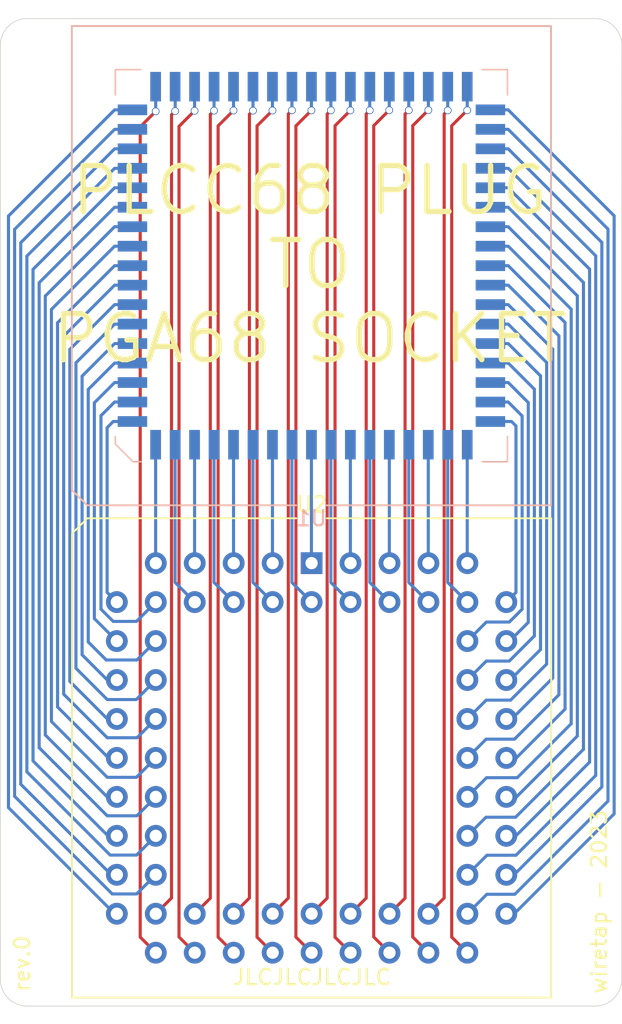
<source format=kicad_pcb>
(kicad_pcb (version 20171130) (host pcbnew "(5.1.6)-1")

  (general
    (thickness 1.6)
    (drawings 13)
    (tracks 319)
    (zones 0)
    (modules 2)
    (nets 69)
  )

  (page A4)
  (layers
    (0 F.Cu signal)
    (31 B.Cu signal)
    (32 B.Adhes user)
    (33 F.Adhes user)
    (34 B.Paste user)
    (35 F.Paste user)
    (36 B.SilkS user)
    (37 F.SilkS user)
    (38 B.Mask user)
    (39 F.Mask user)
    (40 Dwgs.User user)
    (41 Cmts.User user)
    (42 Eco1.User user)
    (43 Eco2.User user)
    (44 Edge.Cuts user)
    (45 Margin user)
    (46 B.CrtYd user)
    (47 F.CrtYd user)
    (48 B.Fab user)
    (49 F.Fab user)
  )

  (setup
    (last_trace_width 0.2)
    (user_trace_width 0.2)
    (trace_clearance 0.2)
    (zone_clearance 0.508)
    (zone_45_only no)
    (trace_min 0.2)
    (via_size 0.8)
    (via_drill 0.4)
    (via_min_size 0.4)
    (via_min_drill 0.3)
    (user_via 0.5 0.4)
    (uvia_size 0.3)
    (uvia_drill 0.1)
    (uvias_allowed no)
    (uvia_min_size 0.2)
    (uvia_min_drill 0.1)
    (edge_width 0.05)
    (segment_width 0.2)
    (pcb_text_width 0.3)
    (pcb_text_size 1.5 1.5)
    (mod_edge_width 0.12)
    (mod_text_size 1 1)
    (mod_text_width 0.15)
    (pad_size 1.524 1.524)
    (pad_drill 0.762)
    (pad_to_mask_clearance 0.05)
    (aux_axis_origin 0 0)
    (visible_elements 7FFFFFFF)
    (pcbplotparams
      (layerselection 0x010fc_ffffffff)
      (usegerberextensions false)
      (usegerberattributes true)
      (usegerberadvancedattributes true)
      (creategerberjobfile true)
      (excludeedgelayer true)
      (linewidth 0.100000)
      (plotframeref false)
      (viasonmask false)
      (mode 1)
      (useauxorigin false)
      (hpglpennumber 1)
      (hpglpenspeed 20)
      (hpglpendiameter 15.000000)
      (psnegative false)
      (psa4output false)
      (plotreference true)
      (plotvalue true)
      (plotinvisibletext false)
      (padsonsilk false)
      (subtractmaskfromsilk false)
      (outputformat 1)
      (mirror false)
      (drillshape 0)
      (scaleselection 1)
      (outputdirectory "//192.168.1.100/Personal/Charlie/~Retro/~PCB's and Kits/PLCC68 Plug to PGA/PLCC68-to-PGA/gerbers/"))
  )

  (net 0 "")
  (net 1 /1)
  (net 2 /2)
  (net 3 /3)
  (net 4 /4)
  (net 5 /5)
  (net 6 /6)
  (net 7 /7)
  (net 8 /8)
  (net 9 /9)
  (net 10 /68)
  (net 11 /67)
  (net 12 /66)
  (net 13 /65)
  (net 14 /64)
  (net 15 /63)
  (net 16 /62)
  (net 17 /61)
  (net 18 /10)
  (net 19 /11)
  (net 20 /12)
  (net 21 /13)
  (net 22 /14)
  (net 23 /15)
  (net 24 /16)
  (net 25 /17)
  (net 26 /18)
  (net 27 /19)
  (net 28 /20)
  (net 29 /21)
  (net 30 /22)
  (net 31 /23)
  (net 32 /24)
  (net 33 /25)
  (net 34 /26)
  (net 35 /27)
  (net 36 /28)
  (net 37 /29)
  (net 38 /30)
  (net 39 /31)
  (net 40 /32)
  (net 41 /33)
  (net 42 /34)
  (net 43 /35)
  (net 44 /36)
  (net 45 /37)
  (net 46 /38)
  (net 47 /39)
  (net 48 /40)
  (net 49 /41)
  (net 50 /42)
  (net 51 /43)
  (net 52 /44)
  (net 53 /45)
  (net 54 /46)
  (net 55 /47)
  (net 56 /48)
  (net 57 /49)
  (net 58 /50)
  (net 59 /51)
  (net 60 /52)
  (net 61 /53)
  (net 62 /54)
  (net 63 /55)
  (net 64 /56)
  (net 65 /57)
  (net 66 /58)
  (net 67 /59)
  (net 68 /60)

  (net_class Default "This is the default net class."
    (clearance 0.2)
    (trace_width 0.25)
    (via_dia 0.8)
    (via_drill 0.4)
    (uvia_dia 0.3)
    (uvia_drill 0.1)
    (add_net /1)
    (add_net /10)
    (add_net /11)
    (add_net /12)
    (add_net /13)
    (add_net /14)
    (add_net /15)
    (add_net /16)
    (add_net /17)
    (add_net /18)
    (add_net /19)
    (add_net /2)
    (add_net /20)
    (add_net /21)
    (add_net /22)
    (add_net /23)
    (add_net /24)
    (add_net /25)
    (add_net /26)
    (add_net /27)
    (add_net /28)
    (add_net /29)
    (add_net /3)
    (add_net /30)
    (add_net /31)
    (add_net /32)
    (add_net /33)
    (add_net /34)
    (add_net /35)
    (add_net /36)
    (add_net /37)
    (add_net /38)
    (add_net /39)
    (add_net /4)
    (add_net /40)
    (add_net /41)
    (add_net /42)
    (add_net /43)
    (add_net /44)
    (add_net /45)
    (add_net /46)
    (add_net /47)
    (add_net /48)
    (add_net /49)
    (add_net /5)
    (add_net /50)
    (add_net /51)
    (add_net /52)
    (add_net /53)
    (add_net /54)
    (add_net /55)
    (add_net /56)
    (add_net /57)
    (add_net /58)
    (add_net /59)
    (add_net /6)
    (add_net /60)
    (add_net /61)
    (add_net /62)
    (add_net /63)
    (add_net /64)
    (add_net /65)
    (add_net /66)
    (add_net /67)
    (add_net /68)
    (add_net /7)
    (add_net /8)
    (add_net /9)
  )

  (module Package_LCC:PLCC-68_SMD-Socket (layer B.Cu) (tedit 5A02ECC8) (tstamp 649314A2)
    (at 175.88992 88.02624)
    (descr "PLCC, 68 pins, surface mount")
    (tags "plcc smt")
    (path /6497760B)
    (attr smd)
    (fp_text reference U1 (at 0 16.475 180) (layer B.SilkS)
      (effects (font (size 1 1) (thickness 0.15)) (justify mirror))
    )
    (fp_text value PLCC68-Generic (at 0 -16.475 180) (layer B.Fab)
      (effects (font (size 1 1) (thickness 0.15)) (justify mirror))
    )
    (fp_line (start 12.785 -12.785) (end 12.785 -11.135) (layer B.SilkS) (width 0.1))
    (fp_line (start 11.135 -12.785) (end 12.785 -12.785) (layer B.SilkS) (width 0.1))
    (fp_line (start -12.785 -12.785) (end -12.785 -11.135) (layer B.SilkS) (width 0.1))
    (fp_line (start -11.135 -12.785) (end -12.785 -12.785) (layer B.SilkS) (width 0.1))
    (fp_line (start 12.785 12.785) (end 12.785 11.135) (layer B.SilkS) (width 0.1))
    (fp_line (start 11.135 12.785) (end 12.785 12.785) (layer B.SilkS) (width 0.1))
    (fp_line (start -12.785 11.635) (end -12.785 11.135) (layer B.SilkS) (width 0.1))
    (fp_line (start -11.635 12.785) (end -12.785 11.635) (layer B.SilkS) (width 0.1))
    (fp_line (start -11.135 12.785) (end -11.635 12.785) (layer B.SilkS) (width 0.1))
    (fp_line (start 15.625 15.625) (end 1 15.625) (layer B.SilkS) (width 0.12))
    (fp_line (start 15.625 -15.625) (end 15.625 15.625) (layer B.SilkS) (width 0.12))
    (fp_line (start -15.625 -15.625) (end 15.625 -15.625) (layer B.SilkS) (width 0.12))
    (fp_line (start -15.625 14.625) (end -15.625 -15.625) (layer B.SilkS) (width 0.12))
    (fp_line (start -14.625 15.625) (end -15.625 14.625) (layer B.SilkS) (width 0.12))
    (fp_line (start -1 15.625) (end -14.625 15.625) (layer B.SilkS) (width 0.12))
    (fp_line (start 0 14.475) (end 0.5 15.475) (layer B.Fab) (width 0.1))
    (fp_line (start -0.5 15.475) (end 0 14.475) (layer B.Fab) (width 0.1))
    (fp_line (start 14.205 14.205) (end -14.205 14.205) (layer B.Fab) (width 0.1))
    (fp_line (start 14.205 -14.205) (end 14.205 14.205) (layer B.Fab) (width 0.1))
    (fp_line (start -14.205 -14.205) (end 14.205 -14.205) (layer B.Fab) (width 0.1))
    (fp_line (start -14.205 14.205) (end -14.205 -14.205) (layer B.Fab) (width 0.1))
    (fp_line (start 12.635 12.635) (end -11.635 12.635) (layer B.Fab) (width 0.1))
    (fp_line (start 12.635 -12.635) (end 12.635 12.635) (layer B.Fab) (width 0.1))
    (fp_line (start -12.635 -12.635) (end 12.635 -12.635) (layer B.Fab) (width 0.1))
    (fp_line (start -12.635 11.635) (end -12.635 -12.635) (layer B.Fab) (width 0.1))
    (fp_line (start -11.635 12.635) (end -12.635 11.635) (layer B.Fab) (width 0.1))
    (fp_line (start 15.95 15.95) (end -15.95 15.95) (layer B.CrtYd) (width 0.05))
    (fp_line (start 15.95 -15.95) (end 15.95 15.95) (layer B.CrtYd) (width 0.05))
    (fp_line (start -15.95 -15.95) (end 15.95 -15.95) (layer B.CrtYd) (width 0.05))
    (fp_line (start -15.95 15.95) (end -15.95 -15.95) (layer B.CrtYd) (width 0.05))
    (fp_line (start 15.475 15.475) (end -14.475 15.475) (layer B.Fab) (width 0.1))
    (fp_line (start 15.475 -15.475) (end 15.475 15.475) (layer B.Fab) (width 0.1))
    (fp_line (start -15.475 -15.475) (end 15.475 -15.475) (layer B.Fab) (width 0.1))
    (fp_line (start -15.475 14.475) (end -15.475 -15.475) (layer B.Fab) (width 0.1))
    (fp_line (start -14.475 15.475) (end -15.475 14.475) (layer B.Fab) (width 0.1))
    (fp_text user %R (at 0 0 180) (layer B.Fab)
      (effects (font (size 1 1) (thickness 0.15)) (justify mirror))
    )
    (pad 1 smd rect (at 0 11.6725) (size 0.7 1.925) (layers B.Cu B.Paste B.Mask)
      (net 1 /1))
    (pad 2 smd rect (at -1.27 11.6725) (size 0.7 1.925) (layers B.Cu B.Paste B.Mask)
      (net 2 /2))
    (pad 3 smd rect (at -2.54 11.6725) (size 0.7 1.925) (layers B.Cu B.Paste B.Mask)
      (net 3 /3))
    (pad 4 smd rect (at -3.81 11.6725) (size 0.7 1.925) (layers B.Cu B.Paste B.Mask)
      (net 4 /4))
    (pad 5 smd rect (at -5.08 11.6725) (size 0.7 1.925) (layers B.Cu B.Paste B.Mask)
      (net 5 /5))
    (pad 6 smd rect (at -6.35 11.6725) (size 0.7 1.925) (layers B.Cu B.Paste B.Mask)
      (net 6 /6))
    (pad 7 smd rect (at -7.62 11.6725) (size 0.7 1.925) (layers B.Cu B.Paste B.Mask)
      (net 7 /7))
    (pad 8 smd rect (at -8.89 11.6725) (size 0.7 1.925) (layers B.Cu B.Paste B.Mask)
      (net 8 /8))
    (pad 9 smd rect (at -10.16 11.6725) (size 0.7 1.925) (layers B.Cu B.Paste B.Mask)
      (net 9 /9))
    (pad 68 smd rect (at 1.27 11.6725) (size 0.7 1.925) (layers B.Cu B.Paste B.Mask)
      (net 10 /68))
    (pad 67 smd rect (at 2.54 11.6725) (size 0.7 1.925) (layers B.Cu B.Paste B.Mask)
      (net 11 /67))
    (pad 66 smd rect (at 3.81 11.6725) (size 0.7 1.925) (layers B.Cu B.Paste B.Mask)
      (net 12 /66))
    (pad 65 smd rect (at 5.08 11.6725) (size 0.7 1.925) (layers B.Cu B.Paste B.Mask)
      (net 13 /65))
    (pad 64 smd rect (at 6.35 11.6725) (size 0.7 1.925) (layers B.Cu B.Paste B.Mask)
      (net 14 /64))
    (pad 63 smd rect (at 7.62 11.6725) (size 0.7 1.925) (layers B.Cu B.Paste B.Mask)
      (net 15 /63))
    (pad 62 smd rect (at 8.89 11.6725) (size 0.7 1.925) (layers B.Cu B.Paste B.Mask)
      (net 16 /62))
    (pad 61 smd rect (at 10.16 11.6725) (size 0.7 1.925) (layers B.Cu B.Paste B.Mask)
      (net 17 /61))
    (pad 10 smd rect (at -11.6725 10.16) (size 1.925 0.7) (layers B.Cu B.Paste B.Mask)
      (net 18 /10))
    (pad 11 smd rect (at -11.6725 8.89) (size 1.925 0.7) (layers B.Cu B.Paste B.Mask)
      (net 19 /11))
    (pad 12 smd rect (at -11.6725 7.62) (size 1.925 0.7) (layers B.Cu B.Paste B.Mask)
      (net 20 /12))
    (pad 13 smd rect (at -11.6725 6.35) (size 1.925 0.7) (layers B.Cu B.Paste B.Mask)
      (net 21 /13))
    (pad 14 smd rect (at -11.6725 5.08) (size 1.925 0.7) (layers B.Cu B.Paste B.Mask)
      (net 22 /14))
    (pad 15 smd rect (at -11.6725 3.81) (size 1.925 0.7) (layers B.Cu B.Paste B.Mask)
      (net 23 /15))
    (pad 16 smd rect (at -11.6725 2.54) (size 1.925 0.7) (layers B.Cu B.Paste B.Mask)
      (net 24 /16))
    (pad 17 smd rect (at -11.6725 1.27) (size 1.925 0.7) (layers B.Cu B.Paste B.Mask)
      (net 25 /17))
    (pad 18 smd rect (at -11.6725 0) (size 1.925 0.7) (layers B.Cu B.Paste B.Mask)
      (net 26 /18))
    (pad 19 smd rect (at -11.6725 -1.27) (size 1.925 0.7) (layers B.Cu B.Paste B.Mask)
      (net 27 /19))
    (pad 20 smd rect (at -11.6725 -2.54) (size 1.925 0.7) (layers B.Cu B.Paste B.Mask)
      (net 28 /20))
    (pad 21 smd rect (at -11.6725 -3.81) (size 1.925 0.7) (layers B.Cu B.Paste B.Mask)
      (net 29 /21))
    (pad 22 smd rect (at -11.6725 -5.08) (size 1.925 0.7) (layers B.Cu B.Paste B.Mask)
      (net 30 /22))
    (pad 23 smd rect (at -11.6725 -6.35) (size 1.925 0.7) (layers B.Cu B.Paste B.Mask)
      (net 31 /23))
    (pad 24 smd rect (at -11.6725 -7.62) (size 1.925 0.7) (layers B.Cu B.Paste B.Mask)
      (net 32 /24))
    (pad 25 smd rect (at -11.6725 -8.89) (size 1.925 0.7) (layers B.Cu B.Paste B.Mask)
      (net 33 /25))
    (pad 26 smd rect (at -11.6725 -10.16) (size 1.925 0.7) (layers B.Cu B.Paste B.Mask)
      (net 34 /26))
    (pad 27 smd rect (at -10.16 -11.6725) (size 0.7 1.925) (layers B.Cu B.Paste B.Mask)
      (net 35 /27))
    (pad 28 smd rect (at -8.89 -11.6725) (size 0.7 1.925) (layers B.Cu B.Paste B.Mask)
      (net 36 /28))
    (pad 29 smd rect (at -7.62 -11.6725) (size 0.7 1.925) (layers B.Cu B.Paste B.Mask)
      (net 37 /29))
    (pad 30 smd rect (at -6.35 -11.6725) (size 0.7 1.925) (layers B.Cu B.Paste B.Mask)
      (net 38 /30))
    (pad 31 smd rect (at -5.08 -11.6725) (size 0.7 1.925) (layers B.Cu B.Paste B.Mask)
      (net 39 /31))
    (pad 32 smd rect (at -3.81 -11.6725) (size 0.7 1.925) (layers B.Cu B.Paste B.Mask)
      (net 40 /32))
    (pad 33 smd rect (at -2.54 -11.6725) (size 0.7 1.925) (layers B.Cu B.Paste B.Mask)
      (net 41 /33))
    (pad 34 smd rect (at -1.27 -11.6725) (size 0.7 1.925) (layers B.Cu B.Paste B.Mask)
      (net 42 /34))
    (pad 35 smd rect (at 0 -11.6725) (size 0.7 1.925) (layers B.Cu B.Paste B.Mask)
      (net 43 /35))
    (pad 36 smd rect (at 1.27 -11.6725) (size 0.7 1.925) (layers B.Cu B.Paste B.Mask)
      (net 44 /36))
    (pad 37 smd rect (at 2.54 -11.6725) (size 0.7 1.925) (layers B.Cu B.Paste B.Mask)
      (net 45 /37))
    (pad 38 smd rect (at 3.81 -11.6725) (size 0.7 1.925) (layers B.Cu B.Paste B.Mask)
      (net 46 /38))
    (pad 39 smd rect (at 5.08 -11.6725) (size 0.7 1.925) (layers B.Cu B.Paste B.Mask)
      (net 47 /39))
    (pad 40 smd rect (at 6.35 -11.6725) (size 0.7 1.925) (layers B.Cu B.Paste B.Mask)
      (net 48 /40))
    (pad 41 smd rect (at 7.62 -11.6725) (size 0.7 1.925) (layers B.Cu B.Paste B.Mask)
      (net 49 /41))
    (pad 42 smd rect (at 8.89 -11.6725) (size 0.7 1.925) (layers B.Cu B.Paste B.Mask)
      (net 50 /42))
    (pad 43 smd rect (at 10.16 -11.6725) (size 0.7 1.925) (layers B.Cu B.Paste B.Mask)
      (net 51 /43))
    (pad 44 smd rect (at 11.6725 -10.16) (size 1.925 0.7) (layers B.Cu B.Paste B.Mask)
      (net 52 /44))
    (pad 45 smd rect (at 11.6725 -8.89) (size 1.925 0.7) (layers B.Cu B.Paste B.Mask)
      (net 53 /45))
    (pad 46 smd rect (at 11.6725 -7.62) (size 1.925 0.7) (layers B.Cu B.Paste B.Mask)
      (net 54 /46))
    (pad 47 smd rect (at 11.6725 -6.35) (size 1.925 0.7) (layers B.Cu B.Paste B.Mask)
      (net 55 /47))
    (pad 48 smd rect (at 11.6725 -5.08) (size 1.925 0.7) (layers B.Cu B.Paste B.Mask)
      (net 56 /48))
    (pad 49 smd rect (at 11.6725 -3.81) (size 1.925 0.7) (layers B.Cu B.Paste B.Mask)
      (net 57 /49))
    (pad 50 smd rect (at 11.6725 -2.54) (size 1.925 0.7) (layers B.Cu B.Paste B.Mask)
      (net 58 /50))
    (pad 51 smd rect (at 11.6725 -1.27) (size 1.925 0.7) (layers B.Cu B.Paste B.Mask)
      (net 59 /51))
    (pad 52 smd rect (at 11.6725 0) (size 1.925 0.7) (layers B.Cu B.Paste B.Mask)
      (net 60 /52))
    (pad 53 smd rect (at 11.6725 1.27) (size 1.925 0.7) (layers B.Cu B.Paste B.Mask)
      (net 61 /53))
    (pad 54 smd rect (at 11.6725 2.54) (size 1.925 0.7) (layers B.Cu B.Paste B.Mask)
      (net 62 /54))
    (pad 55 smd rect (at 11.6725 3.81) (size 1.925 0.7) (layers B.Cu B.Paste B.Mask)
      (net 63 /55))
    (pad 56 smd rect (at 11.6725 5.08) (size 1.925 0.7) (layers B.Cu B.Paste B.Mask)
      (net 64 /56))
    (pad 57 smd rect (at 11.6725 6.35) (size 1.925 0.7) (layers B.Cu B.Paste B.Mask)
      (net 65 /57))
    (pad 58 smd rect (at 11.6725 7.62) (size 1.925 0.7) (layers B.Cu B.Paste B.Mask)
      (net 66 /58))
    (pad 59 smd rect (at 11.6725 8.89) (size 1.925 0.7) (layers B.Cu B.Paste B.Mask)
      (net 67 /59))
    (pad 60 smd rect (at 11.6725 10.16) (size 1.925 0.7) (layers B.Cu B.Paste B.Mask)
      (net 68 /60))
    (model ${KISYS3DMOD}/Package_LCC.3dshapes/PLCC-68_SMD-Socket.wrl
      (at (xyz 0 0 0))
      (scale (xyz 1 1 1))
      (rotate (xyz 0 0 0))
    )
  )

  (module Package_LCC:PLCC-68_THT-Socket (layer F.Cu) (tedit 5A02ECC8) (tstamp 64931500)
    (at 175.90008 107.42168)
    (descr "PLCC, 68 pins, through hole")
    (tags "plcc leaded")
    (path /64979279)
    (fp_text reference U2 (at 0 -3.825) (layer F.SilkS)
      (effects (font (size 1 1) (thickness 0.15)))
    )
    (fp_text value PGA68-Generic (at 0 29.225) (layer F.Fab)
      (effects (font (size 1 1) (thickness 0.15)))
    )
    (fp_line (start 15.625 -2.925) (end 1 -2.925) (layer F.SilkS) (width 0.12))
    (fp_line (start 15.625 28.325) (end 15.625 -2.925) (layer F.SilkS) (width 0.12))
    (fp_line (start -15.625 28.325) (end 15.625 28.325) (layer F.SilkS) (width 0.12))
    (fp_line (start -15.625 -1.925) (end -15.625 28.325) (layer F.SilkS) (width 0.12))
    (fp_line (start -14.625 -2.925) (end -15.625 -1.925) (layer F.SilkS) (width 0.12))
    (fp_line (start -1 -2.925) (end -14.625 -2.925) (layer F.SilkS) (width 0.12))
    (fp_line (start 0 -1.825) (end 0.5 -2.825) (layer F.Fab) (width 0.1))
    (fp_line (start -0.5 -2.825) (end 0 -1.825) (layer F.Fab) (width 0.1))
    (fp_line (start 12.985 -0.285) (end -12.985 -0.285) (layer F.Fab) (width 0.1))
    (fp_line (start 12.985 25.685) (end 12.985 -0.285) (layer F.Fab) (width 0.1))
    (fp_line (start -12.985 25.685) (end 12.985 25.685) (layer F.Fab) (width 0.1))
    (fp_line (start -12.985 -0.285) (end -12.985 25.685) (layer F.Fab) (width 0.1))
    (fp_line (start 16 -3.3) (end -16 -3.3) (layer F.CrtYd) (width 0.05))
    (fp_line (start 16 28.7) (end 16 -3.3) (layer F.CrtYd) (width 0.05))
    (fp_line (start -16 28.7) (end 16 28.7) (layer F.CrtYd) (width 0.05))
    (fp_line (start -16 -3.3) (end -16 28.7) (layer F.CrtYd) (width 0.05))
    (fp_line (start 15.525 -2.825) (end -14.525 -2.825) (layer F.Fab) (width 0.1))
    (fp_line (start 15.525 28.225) (end 15.525 -2.825) (layer F.Fab) (width 0.1))
    (fp_line (start -15.525 28.225) (end 15.525 28.225) (layer F.Fab) (width 0.1))
    (fp_line (start -15.525 -1.825) (end -15.525 28.225) (layer F.Fab) (width 0.1))
    (fp_line (start -14.525 -2.825) (end -15.525 -1.825) (layer F.Fab) (width 0.1))
    (fp_text user %R (at 0 12.7) (layer F.Fab)
      (effects (font (size 1 1) (thickness 0.15)))
    )
    (pad 2 thru_hole circle (at 0 2.54) (size 1.4224 1.4224) (drill 0.8) (layers *.Cu *.Mask)
      (net 2 /2))
    (pad 4 thru_hole circle (at -2.54 2.54) (size 1.4224 1.4224) (drill 0.8) (layers *.Cu *.Mask)
      (net 4 /4))
    (pad 6 thru_hole circle (at -5.08 2.54) (size 1.4224 1.4224) (drill 0.8) (layers *.Cu *.Mask)
      (net 6 /6))
    (pad 8 thru_hole circle (at -7.62 2.54) (size 1.4224 1.4224) (drill 0.8) (layers *.Cu *.Mask)
      (net 8 /8))
    (pad 68 thru_hole circle (at 2.54 2.54) (size 1.4224 1.4224) (drill 0.8) (layers *.Cu *.Mask)
      (net 10 /68))
    (pad 66 thru_hole circle (at 5.08 2.54) (size 1.4224 1.4224) (drill 0.8) (layers *.Cu *.Mask)
      (net 12 /66))
    (pad 64 thru_hole circle (at 7.62 2.54) (size 1.4224 1.4224) (drill 0.8) (layers *.Cu *.Mask)
      (net 14 /64))
    (pad 62 thru_hole circle (at 10.16 2.54) (size 1.4224 1.4224) (drill 0.8) (layers *.Cu *.Mask)
      (net 16 /62))
    (pad 1 thru_hole rect (at 0 0) (size 1.4224 1.4224) (drill 0.8) (layers *.Cu *.Mask)
      (net 1 /1))
    (pad 3 thru_hole circle (at -2.54 0) (size 1.4224 1.4224) (drill 0.8) (layers *.Cu *.Mask)
      (net 3 /3))
    (pad 5 thru_hole circle (at -5.08 0) (size 1.4224 1.4224) (drill 0.8) (layers *.Cu *.Mask)
      (net 5 /5))
    (pad 7 thru_hole circle (at -7.62 0) (size 1.4224 1.4224) (drill 0.8) (layers *.Cu *.Mask)
      (net 7 /7))
    (pad 9 thru_hole circle (at -10.16 0) (size 1.4224 1.4224) (drill 0.8) (layers *.Cu *.Mask)
      (net 9 /9))
    (pad 67 thru_hole circle (at 2.54 0) (size 1.4224 1.4224) (drill 0.8) (layers *.Cu *.Mask)
      (net 11 /67))
    (pad 65 thru_hole circle (at 5.08 0) (size 1.4224 1.4224) (drill 0.8) (layers *.Cu *.Mask)
      (net 13 /65))
    (pad 63 thru_hole circle (at 7.62 0) (size 1.4224 1.4224) (drill 0.8) (layers *.Cu *.Mask)
      (net 15 /63))
    (pad 11 thru_hole circle (at -10.16 2.54) (size 1.4224 1.4224) (drill 0.8) (layers *.Cu *.Mask)
      (net 19 /11))
    (pad 13 thru_hole circle (at -10.16 5.08) (size 1.4224 1.4224) (drill 0.8) (layers *.Cu *.Mask)
      (net 21 /13))
    (pad 15 thru_hole circle (at -10.16 7.62) (size 1.4224 1.4224) (drill 0.8) (layers *.Cu *.Mask)
      (net 23 /15))
    (pad 17 thru_hole circle (at -10.16 10.16) (size 1.4224 1.4224) (drill 0.8) (layers *.Cu *.Mask)
      (net 25 /17))
    (pad 19 thru_hole circle (at -10.16 12.7) (size 1.4224 1.4224) (drill 0.8) (layers *.Cu *.Mask)
      (net 27 /19))
    (pad 21 thru_hole circle (at -10.16 15.24) (size 1.4224 1.4224) (drill 0.8) (layers *.Cu *.Mask)
      (net 29 /21))
    (pad 23 thru_hole circle (at -10.16 17.78) (size 1.4224 1.4224) (drill 0.8) (layers *.Cu *.Mask)
      (net 31 /23))
    (pad 25 thru_hole circle (at -10.16 20.32) (size 1.4224 1.4224) (drill 0.8) (layers *.Cu *.Mask)
      (net 33 /25))
    (pad 10 thru_hole circle (at -12.7 2.54) (size 1.4224 1.4224) (drill 0.8) (layers *.Cu *.Mask)
      (net 18 /10))
    (pad 12 thru_hole circle (at -12.7 5.08) (size 1.4224 1.4224) (drill 0.8) (layers *.Cu *.Mask)
      (net 20 /12))
    (pad 14 thru_hole circle (at -12.7 7.62) (size 1.4224 1.4224) (drill 0.8) (layers *.Cu *.Mask)
      (net 22 /14))
    (pad 16 thru_hole circle (at -12.7 10.16) (size 1.4224 1.4224) (drill 0.8) (layers *.Cu *.Mask)
      (net 24 /16))
    (pad 18 thru_hole circle (at -12.7 12.7) (size 1.4224 1.4224) (drill 0.8) (layers *.Cu *.Mask)
      (net 26 /18))
    (pad 20 thru_hole circle (at -12.7 15.24) (size 1.4224 1.4224) (drill 0.8) (layers *.Cu *.Mask)
      (net 28 /20))
    (pad 22 thru_hole circle (at -12.7 17.78) (size 1.4224 1.4224) (drill 0.8) (layers *.Cu *.Mask)
      (net 30 /22))
    (pad 24 thru_hole circle (at -12.7 20.32) (size 1.4224 1.4224) (drill 0.8) (layers *.Cu *.Mask)
      (net 32 /24))
    (pad 26 thru_hole circle (at -12.7 22.86) (size 1.4224 1.4224) (drill 0.8) (layers *.Cu *.Mask)
      (net 34 /26))
    (pad 28 thru_hole circle (at -10.16 22.86) (size 1.4224 1.4224) (drill 0.8) (layers *.Cu *.Mask)
      (net 36 /28))
    (pad 30 thru_hole circle (at -7.62 22.86) (size 1.4224 1.4224) (drill 0.8) (layers *.Cu *.Mask)
      (net 38 /30))
    (pad 32 thru_hole circle (at -5.08 22.86) (size 1.4224 1.4224) (drill 0.8) (layers *.Cu *.Mask)
      (net 40 /32))
    (pad 34 thru_hole circle (at -2.54 22.86) (size 1.4224 1.4224) (drill 0.8) (layers *.Cu *.Mask)
      (net 42 /34))
    (pad 36 thru_hole circle (at 0 22.86) (size 1.4224 1.4224) (drill 0.8) (layers *.Cu *.Mask)
      (net 44 /36))
    (pad 38 thru_hole circle (at 2.54 22.86) (size 1.4224 1.4224) (drill 0.8) (layers *.Cu *.Mask)
      (net 46 /38))
    (pad 40 thru_hole circle (at 5.08 22.86) (size 1.4224 1.4224) (drill 0.8) (layers *.Cu *.Mask)
      (net 48 /40))
    (pad 42 thru_hole circle (at 7.62 22.86) (size 1.4224 1.4224) (drill 0.8) (layers *.Cu *.Mask)
      (net 50 /42))
    (pad 44 thru_hole circle (at 12.7 22.86) (size 1.4224 1.4224) (drill 0.8) (layers *.Cu *.Mask)
      (net 52 /44))
    (pad 27 thru_hole circle (at -10.16 25.4) (size 1.4224 1.4224) (drill 0.8) (layers *.Cu *.Mask)
      (net 35 /27))
    (pad 29 thru_hole circle (at -7.62 25.4) (size 1.4224 1.4224) (drill 0.8) (layers *.Cu *.Mask)
      (net 37 /29))
    (pad 31 thru_hole circle (at -5.08 25.4) (size 1.4224 1.4224) (drill 0.8) (layers *.Cu *.Mask)
      (net 39 /31))
    (pad 33 thru_hole circle (at -2.54 25.4) (size 1.4224 1.4224) (drill 0.8) (layers *.Cu *.Mask)
      (net 41 /33))
    (pad 35 thru_hole circle (at 0 25.4) (size 1.4224 1.4224) (drill 0.8) (layers *.Cu *.Mask)
      (net 43 /35))
    (pad 37 thru_hole circle (at 2.54 25.4) (size 1.4224 1.4224) (drill 0.8) (layers *.Cu *.Mask)
      (net 45 /37))
    (pad 39 thru_hole circle (at 5.08 25.4) (size 1.4224 1.4224) (drill 0.8) (layers *.Cu *.Mask)
      (net 47 /39))
    (pad 41 thru_hole circle (at 7.62 25.4) (size 1.4224 1.4224) (drill 0.8) (layers *.Cu *.Mask)
      (net 49 /41))
    (pad 43 thru_hole circle (at 10.16 25.4) (size 1.4224 1.4224) (drill 0.8) (layers *.Cu *.Mask)
      (net 51 /43))
    (pad 45 thru_hole circle (at 10.16 22.86) (size 1.4224 1.4224) (drill 0.8) (layers *.Cu *.Mask)
      (net 53 /45))
    (pad 47 thru_hole circle (at 10.16 20.32) (size 1.4224 1.4224) (drill 0.8) (layers *.Cu *.Mask)
      (net 55 /47))
    (pad 49 thru_hole circle (at 10.16 17.78) (size 1.4224 1.4224) (drill 0.8) (layers *.Cu *.Mask)
      (net 57 /49))
    (pad 51 thru_hole circle (at 10.16 15.24) (size 1.4224 1.4224) (drill 0.8) (layers *.Cu *.Mask)
      (net 59 /51))
    (pad 53 thru_hole circle (at 10.16 12.7) (size 1.4224 1.4224) (drill 0.8) (layers *.Cu *.Mask)
      (net 61 /53))
    (pad 55 thru_hole circle (at 10.16 10.16) (size 1.4224 1.4224) (drill 0.8) (layers *.Cu *.Mask)
      (net 63 /55))
    (pad 57 thru_hole circle (at 10.16 7.62) (size 1.4224 1.4224) (drill 0.8) (layers *.Cu *.Mask)
      (net 65 /57))
    (pad 59 thru_hole circle (at 10.16 5.08) (size 1.4224 1.4224) (drill 0.8) (layers *.Cu *.Mask)
      (net 67 /59))
    (pad 61 thru_hole circle (at 10.16 0) (size 1.4224 1.4224) (drill 0.8) (layers *.Cu *.Mask)
      (net 17 /61))
    (pad 46 thru_hole circle (at 12.7 20.32) (size 1.4224 1.4224) (drill 0.8) (layers *.Cu *.Mask)
      (net 54 /46))
    (pad 48 thru_hole circle (at 12.7 17.78) (size 1.4224 1.4224) (drill 0.8) (layers *.Cu *.Mask)
      (net 56 /48))
    (pad 50 thru_hole circle (at 12.7 15.24) (size 1.4224 1.4224) (drill 0.8) (layers *.Cu *.Mask)
      (net 58 /50))
    (pad 52 thru_hole circle (at 12.7 12.7) (size 1.4224 1.4224) (drill 0.8) (layers *.Cu *.Mask)
      (net 60 /52))
    (pad 54 thru_hole circle (at 12.7 10.16) (size 1.4224 1.4224) (drill 0.8) (layers *.Cu *.Mask)
      (net 62 /54))
    (pad 56 thru_hole circle (at 12.7 7.62) (size 1.4224 1.4224) (drill 0.8) (layers *.Cu *.Mask)
      (net 64 /56))
    (pad 58 thru_hole circle (at 12.7 5.08) (size 1.4224 1.4224) (drill 0.8) (layers *.Cu *.Mask)
      (net 66 /58))
    (pad 60 thru_hole circle (at 12.7 2.54) (size 1.4224 1.4224) (drill 0.8) (layers *.Cu *.Mask)
      (net 68 /60))
    (model ${KISYS3DMOD}/Package_LCC.3dshapes/PLCC-68_THT-Socket.wrl
      (at (xyz 0 0 0))
      (scale (xyz 1 1 1))
      (rotate (xyz 0 0 0))
    )
  )

  (gr_text rev.0 (at 157.0228 133.54304 90) (layer F.SilkS)
    (effects (font (size 1 1) (thickness 0.15)))
  )
  (gr_text "wiretap - 2023" (at 194.65036 129.50952 90) (layer F.SilkS)
    (effects (font (size 1 1) (thickness 0.15)))
  )
  (gr_text "PLCC68 PLUG\nTO\nPGA68 SOCKET" (at 175.78832 87.95004) (layer F.SilkS)
    (effects (font (size 3 3) (thickness 0.35)))
  )
  (gr_text JLCJLCJLCJLC (at 175.92548 134.4168) (layer F.SilkS)
    (effects (font (size 1 1) (thickness 0.15)))
  )
  (gr_arc (start 157.353184 73.66) (end 157.353184 71.912296) (angle -90) (layer Edge.Cuts) (width 0.05) (tstamp 64936556))
  (gr_arc (start 157.348104 134.55904) (end 155.60548 134.56412) (angle -89.83297502) (layer Edge.Cuts) (width 0.05) (tstamp 64936556))
  (gr_arc (start 194.380936 134.553776) (end 194.380936 136.30148) (angle -90) (layer Edge.Cuts) (width 0.05) (tstamp 64936556))
  (gr_arc (start 194.386016 73.66) (end 196.13372 73.66) (angle -90) (layer Edge.Cuts) (width 0.05))
  (gr_line (start 196.12864 123.9266) (end 196.13372 73.66) (layer Edge.Cuts) (width 0.05))
  (gr_line (start 157.353184 71.912296) (end 194.386016 71.912296) (layer Edge.Cuts) (width 0.05))
  (gr_line (start 155.60548 134.56412) (end 155.60548 73.66) (layer Edge.Cuts) (width 0.05))
  (gr_line (start 194.380936 136.30148) (end 157.348104 136.301671) (layer Edge.Cuts) (width 0.05))
  (gr_line (start 196.12864 123.9266) (end 196.12864 134.553776) (layer Edge.Cuts) (width 0.05))

  (segment (start 175.88992 107.41152) (end 175.90008 107.42168) (width 0.2) (layer B.Cu) (net 1))
  (segment (start 175.88992 99.69874) (end 175.88992 107.41152) (width 0.2) (layer B.Cu) (net 1))
  (segment (start 174.61992 108.68152) (end 175.90008 109.96168) (width 0.2) (layer B.Cu) (net 2))
  (segment (start 174.61992 99.69874) (end 174.61992 108.68152) (width 0.2) (layer B.Cu) (net 2))
  (segment (start 173.34992 107.41152) (end 173.36008 107.42168) (width 0.2) (layer B.Cu) (net 3))
  (segment (start 173.34992 99.69874) (end 173.34992 107.41152) (width 0.2) (layer B.Cu) (net 3))
  (segment (start 172.07992 108.68152) (end 173.36008 109.96168) (width 0.2) (layer B.Cu) (net 4))
  (segment (start 172.07992 99.69874) (end 172.07992 108.68152) (width 0.2) (layer B.Cu) (net 4))
  (segment (start 170.80992 107.41152) (end 170.82008 107.42168) (width 0.2) (layer B.Cu) (net 5))
  (segment (start 170.80992 99.69874) (end 170.80992 107.41152) (width 0.2) (layer B.Cu) (net 5))
  (segment (start 169.53992 108.68152) (end 170.82008 109.96168) (width 0.2) (layer B.Cu) (net 6))
  (segment (start 169.53992 99.69874) (end 169.53992 108.68152) (width 0.2) (layer B.Cu) (net 6))
  (segment (start 168.26992 107.41152) (end 168.28008 107.42168) (width 0.2) (layer B.Cu) (net 7))
  (segment (start 168.26992 99.69874) (end 168.26992 107.41152) (width 0.2) (layer B.Cu) (net 7))
  (segment (start 166.99992 108.68152) (end 168.28008 109.96168) (width 0.2) (layer B.Cu) (net 8))
  (segment (start 166.99992 99.69874) (end 166.99992 108.68152) (width 0.2) (layer B.Cu) (net 8))
  (segment (start 165.72992 107.41152) (end 165.74008 107.42168) (width 0.2) (layer B.Cu) (net 9))
  (segment (start 165.72992 99.69874) (end 165.72992 107.41152) (width 0.2) (layer B.Cu) (net 9))
  (segment (start 177.15992 108.68152) (end 178.44008 109.96168) (width 0.2) (layer B.Cu) (net 10))
  (segment (start 177.15992 99.69874) (end 177.15992 108.68152) (width 0.2) (layer B.Cu) (net 10))
  (segment (start 178.42992 107.41152) (end 178.44008 107.42168) (width 0.2) (layer B.Cu) (net 11))
  (segment (start 178.42992 99.69874) (end 178.42992 107.41152) (width 0.2) (layer B.Cu) (net 11))
  (segment (start 179.69992 108.68152) (end 180.98008 109.96168) (width 0.2) (layer B.Cu) (net 12))
  (segment (start 179.69992 99.69874) (end 179.69992 108.68152) (width 0.2) (layer B.Cu) (net 12))
  (segment (start 180.96992 107.41152) (end 180.98008 107.42168) (width 0.2) (layer B.Cu) (net 13))
  (segment (start 180.96992 99.69874) (end 180.96992 107.41152) (width 0.2) (layer B.Cu) (net 13))
  (segment (start 182.23992 108.68152) (end 183.52008 109.96168) (width 0.2) (layer B.Cu) (net 14))
  (segment (start 182.23992 99.69874) (end 182.23992 108.68152) (width 0.2) (layer B.Cu) (net 14))
  (segment (start 183.50992 107.41152) (end 183.52008 107.42168) (width 0.2) (layer B.Cu) (net 15))
  (segment (start 183.50992 99.69874) (end 183.50992 107.41152) (width 0.2) (layer B.Cu) (net 15))
  (segment (start 184.77992 108.68152) (end 186.06008 109.96168) (width 0.2) (layer B.Cu) (net 16))
  (segment (start 184.77992 99.69874) (end 184.77992 108.68152) (width 0.2) (layer B.Cu) (net 16))
  (segment (start 186.04992 107.41152) (end 186.06008 107.42168) (width 0.2) (layer B.Cu) (net 17))
  (segment (start 186.04992 99.69874) (end 186.04992 107.41152) (width 0.2) (layer B.Cu) (net 17))
  (segment (start 162.9664 98.18624) (end 162.56508 98.58756) (width 0.2) (layer B.Cu) (net 18))
  (segment (start 162.56508 98.58756) (end 162.56508 109.32668) (width 0.2) (layer B.Cu) (net 18))
  (segment (start 162.56508 109.32668) (end 163.20008 109.96168) (width 0.2) (layer B.Cu) (net 18))
  (segment (start 164.21742 98.18624) (end 162.9664 98.18624) (width 0.2) (layer B.Cu) (net 18))
  (segment (start 164.48024 111.22152) (end 165.74008 109.96168) (width 0.2) (layer B.Cu) (net 19))
  (segment (start 163.05492 96.91624) (end 162.165069 97.806091) (width 0.2) (layer B.Cu) (net 19))
  (segment (start 162.165069 110.423247) (end 162.963342 111.22152) (width 0.2) (layer B.Cu) (net 19))
  (segment (start 162.165069 97.806091) (end 162.165069 110.423247) (width 0.2) (layer B.Cu) (net 19))
  (segment (start 164.21742 96.91624) (end 163.05492 96.91624) (width 0.2) (layer B.Cu) (net 19))
  (segment (start 162.963342 111.22152) (end 164.48024 111.22152) (width 0.2) (layer B.Cu) (net 19))
  (segment (start 163.05492 95.64624) (end 161.733954 96.967206) (width 0.2) (layer B.Cu) (net 20))
  (segment (start 161.733954 111.035554) (end 163.20008 112.50168) (width 0.2) (layer B.Cu) (net 20))
  (segment (start 161.733954 96.967206) (end 161.733954 111.035554) (width 0.2) (layer B.Cu) (net 20))
  (segment (start 164.21742 95.64624) (end 163.05492 95.64624) (width 0.2) (layer B.Cu) (net 20))
  (segment (start 164.50564 113.73612) (end 165.74008 112.50168) (width 0.2) (layer B.Cu) (net 21))
  (segment (start 164.21742 94.37624) (end 163.05492 94.37624) (width 0.2) (layer B.Cu) (net 21))
  (segment (start 161.333943 112.560863) (end 162.5092 113.73612) (width 0.2) (layer B.Cu) (net 21))
  (segment (start 162.5092 113.73612) (end 164.50564 113.73612) (width 0.2) (layer B.Cu) (net 21))
  (segment (start 163.05492 94.37624) (end 161.333943 96.097217) (width 0.2) (layer B.Cu) (net 21))
  (segment (start 161.333943 96.097217) (end 161.333943 112.560863) (width 0.2) (layer B.Cu) (net 21))
  (segment (start 160.933932 113.395292) (end 162.58032 115.04168) (width 0.2) (layer B.Cu) (net 22))
  (segment (start 160.933932 95.227228) (end 160.933932 113.395292) (width 0.2) (layer B.Cu) (net 22))
  (segment (start 162.58032 115.04168) (end 163.20008 115.04168) (width 0.2) (layer B.Cu) (net 22))
  (segment (start 164.21742 93.10624) (end 163.05492 93.10624) (width 0.2) (layer B.Cu) (net 22))
  (segment (start 163.05492 93.10624) (end 160.933932 95.227228) (width 0.2) (layer B.Cu) (net 22))
  (segment (start 164.465 116.31676) (end 165.74008 115.04168) (width 0.2) (layer B.Cu) (net 23))
  (segment (start 160.533921 114.275441) (end 162.57524 116.31676) (width 0.2) (layer B.Cu) (net 23))
  (segment (start 164.21742 91.83624) (end 163.05492 91.83624) (width 0.2) (layer B.Cu) (net 23))
  (segment (start 163.05492 91.83624) (end 160.533921 94.357239) (width 0.2) (layer B.Cu) (net 23))
  (segment (start 160.533921 94.357239) (end 160.533921 114.275441) (width 0.2) (layer B.Cu) (net 23))
  (segment (start 162.57524 116.31676) (end 164.465 116.31676) (width 0.2) (layer B.Cu) (net 23))
  (segment (start 160.13391 115.13019) (end 162.5854 117.58168) (width 0.2) (layer B.Cu) (net 24))
  (segment (start 162.5854 117.58168) (end 163.20008 117.58168) (width 0.2) (layer B.Cu) (net 24))
  (segment (start 160.13391 93.48725) (end 160.13391 115.13019) (width 0.2) (layer B.Cu) (net 24))
  (segment (start 164.21742 90.56624) (end 163.05492 90.56624) (width 0.2) (layer B.Cu) (net 24))
  (segment (start 163.05492 90.56624) (end 160.13391 93.48725) (width 0.2) (layer B.Cu) (net 24))
  (segment (start 164.5158 118.80596) (end 165.74008 117.58168) (width 0.2) (layer B.Cu) (net 25))
  (segment (start 163.05492 89.29624) (end 159.733899 92.617261) (width 0.2) (layer B.Cu) (net 25))
  (segment (start 159.733899 115.964619) (end 162.57524 118.80596) (width 0.2) (layer B.Cu) (net 25))
  (segment (start 164.21742 89.29624) (end 163.05492 89.29624) (width 0.2) (layer B.Cu) (net 25))
  (segment (start 159.733899 92.617261) (end 159.733899 115.964619) (width 0.2) (layer B.Cu) (net 25))
  (segment (start 162.57524 118.80596) (end 164.5158 118.80596) (width 0.2) (layer B.Cu) (net 25))
  (segment (start 159.333888 91.747272) (end 159.333888 116.799048) (width 0.2) (layer B.Cu) (net 26))
  (segment (start 164.21742 88.02624) (end 163.05492 88.02624) (width 0.2) (layer B.Cu) (net 26))
  (segment (start 162.65652 120.12168) (end 163.20008 120.12168) (width 0.2) (layer B.Cu) (net 26))
  (segment (start 159.333888 116.799048) (end 162.65652 120.12168) (width 0.2) (layer B.Cu) (net 26))
  (segment (start 163.05492 88.02624) (end 159.333888 91.747272) (width 0.2) (layer B.Cu) (net 26))
  (segment (start 163.05492 86.75624) (end 158.933877 90.877283) (width 0.2) (layer B.Cu) (net 27))
  (segment (start 164.21742 86.75624) (end 163.05492 86.75624) (width 0.2) (layer B.Cu) (net 27))
  (segment (start 164.47516 121.3866) (end 165.74008 120.12168) (width 0.2) (layer B.Cu) (net 27))
  (segment (start 158.933877 117.745237) (end 162.57524 121.3866) (width 0.2) (layer B.Cu) (net 27))
  (segment (start 158.933877 90.877283) (end 158.933877 117.745237) (width 0.2) (layer B.Cu) (net 27))
  (segment (start 162.57524 121.3866) (end 164.47516 121.3866) (width 0.2) (layer B.Cu) (net 27))
  (segment (start 158.533866 118.625386) (end 162.57016 122.66168) (width 0.2) (layer B.Cu) (net 28))
  (segment (start 158.533866 90.007294) (end 158.533866 118.625386) (width 0.2) (layer B.Cu) (net 28))
  (segment (start 164.21742 85.48624) (end 163.05492 85.48624) (width 0.2) (layer B.Cu) (net 28))
  (segment (start 162.57016 122.66168) (end 163.20008 122.66168) (width 0.2) (layer B.Cu) (net 28))
  (segment (start 163.05492 85.48624) (end 158.533866 90.007294) (width 0.2) (layer B.Cu) (net 28))
  (segment (start 164.50564 123.89612) (end 165.74008 122.66168) (width 0.2) (layer B.Cu) (net 29))
  (segment (start 163.05492 84.21624) (end 158.133855 89.137305) (width 0.2) (layer B.Cu) (net 29))
  (segment (start 164.21742 84.21624) (end 163.05492 84.21624) (width 0.2) (layer B.Cu) (net 29))
  (segment (start 158.133855 89.137305) (end 158.133855 119.454735) (width 0.2) (layer B.Cu) (net 29))
  (segment (start 158.133855 119.454735) (end 162.57524 123.89612) (width 0.2) (layer B.Cu) (net 29))
  (segment (start 162.57524 123.89612) (end 164.50564 123.89612) (width 0.2) (layer B.Cu) (net 29))
  (segment (start 157.733844 120.314564) (end 162.62096 125.20168) (width 0.2) (layer B.Cu) (net 30))
  (segment (start 162.62096 125.20168) (end 163.20008 125.20168) (width 0.2) (layer B.Cu) (net 30))
  (segment (start 157.733844 88.267316) (end 157.733844 120.314564) (width 0.2) (layer B.Cu) (net 30))
  (segment (start 164.21742 82.94624) (end 163.05492 82.94624) (width 0.2) (layer B.Cu) (net 30))
  (segment (start 163.05492 82.94624) (end 157.733844 88.267316) (width 0.2) (layer B.Cu) (net 30))
  (segment (start 164.48532 126.45644) (end 165.74008 125.20168) (width 0.2) (layer B.Cu) (net 31))
  (segment (start 163.05492 81.67624) (end 157.333833 87.397327) (width 0.2) (layer B.Cu) (net 31))
  (segment (start 164.21742 81.67624) (end 163.05492 81.67624) (width 0.2) (layer B.Cu) (net 31))
  (segment (start 157.333833 121.027073) (end 162.7632 126.45644) (width 0.2) (layer B.Cu) (net 31))
  (segment (start 157.333833 87.397327) (end 157.333833 121.027073) (width 0.2) (layer B.Cu) (net 31))
  (segment (start 162.7632 126.45644) (end 164.48532 126.45644) (width 0.2) (layer B.Cu) (net 31))
  (segment (start 156.933822 121.836102) (end 162.8394 127.74168) (width 0.2) (layer B.Cu) (net 32))
  (segment (start 162.8394 127.74168) (end 163.20008 127.74168) (width 0.2) (layer B.Cu) (net 32))
  (segment (start 156.933822 86.527338) (end 156.933822 121.836102) (width 0.2) (layer B.Cu) (net 32))
  (segment (start 164.21742 80.40624) (end 163.05492 80.40624) (width 0.2) (layer B.Cu) (net 32))
  (segment (start 163.05492 80.40624) (end 156.933822 86.527338) (width 0.2) (layer B.Cu) (net 32))
  (segment (start 163.05492 79.13624) (end 156.533811 85.657349) (width 0.2) (layer B.Cu) (net 33))
  (segment (start 164.4904 128.99136) (end 165.74008 127.74168) (width 0.2) (layer B.Cu) (net 33))
  (segment (start 164.21742 79.13624) (end 163.05492 79.13624) (width 0.2) (layer B.Cu) (net 33))
  (segment (start 162.90036 128.99136) (end 164.4904 128.99136) (width 0.2) (layer B.Cu) (net 33))
  (segment (start 156.533811 85.657349) (end 156.533811 122.624811) (width 0.2) (layer B.Cu) (net 33))
  (segment (start 156.533811 122.624811) (end 162.90036 128.99136) (width 0.2) (layer B.Cu) (net 33))
  (segment (start 156.1338 123.36272) (end 163.05276 130.28168) (width 0.2) (layer B.Cu) (net 34))
  (segment (start 163.05276 130.28168) (end 163.20008 130.28168) (width 0.2) (layer B.Cu) (net 34))
  (segment (start 156.1338 84.78736) (end 156.1338 123.36272) (width 0.2) (layer B.Cu) (net 34))
  (segment (start 164.21742 77.86624) (end 163.05492 77.86624) (width 0.2) (layer B.Cu) (net 34))
  (segment (start 163.05492 77.86624) (end 156.1338 84.78736) (width 0.2) (layer B.Cu) (net 34))
  (via (at 165.735 77.96276) (size 0.5) (drill 0.4) (layers F.Cu B.Cu) (net 35))
  (segment (start 165.735 76.35882) (end 165.72992 76.35374) (width 0.2) (layer B.Cu) (net 35))
  (segment (start 165.735 77.96276) (end 165.735 76.35882) (width 0.2) (layer B.Cu) (net 35))
  (segment (start 164.72408 78.97368) (end 165.735 77.96276) (width 0.2) (layer F.Cu) (net 35))
  (segment (start 165.74008 132.82168) (end 164.72408 131.80568) (width 0.2) (layer F.Cu) (net 35))
  (segment (start 164.72408 131.80568) (end 164.72408 78.97368) (width 0.2) (layer F.Cu) (net 35))
  (via (at 167.005 77.94752) (size 0.5) (drill 0.4) (layers F.Cu B.Cu) (net 36))
  (segment (start 167.005 76.35882) (end 166.99992 76.35374) (width 0.2) (layer B.Cu) (net 36))
  (segment (start 167.005 77.94752) (end 167.005 76.35882) (width 0.2) (layer B.Cu) (net 36))
  (segment (start 166.76624 78.18628) (end 167.005 77.94752) (width 0.2) (layer F.Cu) (net 36))
  (segment (start 165.74008 130.28168) (end 166.76624 129.25552) (width 0.2) (layer F.Cu) (net 36))
  (segment (start 166.76624 129.25552) (end 166.76624 78.18628) (width 0.2) (layer F.Cu) (net 36))
  (via (at 168.26992 77.9272) (size 0.5) (drill 0.4) (layers F.Cu B.Cu) (net 37))
  (segment (start 168.26992 77.9272) (end 168.26992 76.35374) (width 0.2) (layer B.Cu) (net 37))
  (segment (start 167.25392 78.9432) (end 168.26992 77.9272) (width 0.2) (layer F.Cu) (net 37))
  (segment (start 168.28008 132.82168) (end 167.25392 131.79552) (width 0.2) (layer F.Cu) (net 37))
  (segment (start 167.25392 131.79552) (end 167.25392 78.9432) (width 0.2) (layer F.Cu) (net 37))
  (via (at 169.53992 77.91704) (size 0.5) (drill 0.4) (layers F.Cu B.Cu) (net 38))
  (segment (start 169.53992 77.91704) (end 169.53992 76.35374) (width 0.2) (layer B.Cu) (net 38))
  (segment (start 169.29608 78.16088) (end 169.53992 77.91704) (width 0.2) (layer F.Cu) (net 38))
  (segment (start 168.28008 130.28168) (end 169.29608 129.26568) (width 0.2) (layer F.Cu) (net 38))
  (segment (start 169.29608 129.26568) (end 169.29608 78.16088) (width 0.2) (layer F.Cu) (net 38))
  (via (at 170.80992 77.90688) (size 0.5) (drill 0.4) (layers F.Cu B.Cu) (net 39))
  (segment (start 169.80408 78.91272) (end 170.80992 77.90688) (width 0.2) (layer F.Cu) (net 39))
  (segment (start 170.82008 132.82168) (end 169.80408 131.80568) (width 0.2) (layer F.Cu) (net 39))
  (segment (start 169.80408 131.80568) (end 169.80408 78.91272) (width 0.2) (layer F.Cu) (net 39))
  (segment (start 170.80992 77.90688) (end 170.80992 76.35374) (width 0.2) (layer B.Cu) (net 39))
  (via (at 172.07992 77.91704) (size 0.5) (drill 0.4) (layers F.Cu B.Cu) (net 40))
  (segment (start 172.07992 77.91704) (end 172.07992 76.35374) (width 0.2) (layer B.Cu) (net 40))
  (segment (start 171.84624 78.15072) (end 172.07992 77.91704) (width 0.2) (layer F.Cu) (net 40))
  (segment (start 170.82008 130.28168) (end 171.84624 129.25552) (width 0.2) (layer F.Cu) (net 40))
  (segment (start 171.84624 129.25552) (end 171.84624 78.15072) (width 0.2) (layer F.Cu) (net 40))
  (via (at 173.34992 77.90688) (size 0.5) (drill 0.4) (layers F.Cu B.Cu) (net 41))
  (segment (start 173.34992 77.90688) (end 173.34992 76.35374) (width 0.2) (layer B.Cu) (net 41))
  (segment (start 172.34408 78.91272) (end 173.34992 77.90688) (width 0.2) (layer F.Cu) (net 41))
  (segment (start 173.36008 132.82168) (end 172.34408 131.80568) (width 0.2) (layer F.Cu) (net 41))
  (segment (start 172.34408 131.80568) (end 172.34408 78.91272) (width 0.2) (layer F.Cu) (net 41))
  (via (at 174.61992 77.89672) (size 0.5) (drill 0.4) (layers F.Cu B.Cu) (net 42))
  (segment (start 174.61992 77.89672) (end 174.61992 76.35374) (width 0.2) (layer B.Cu) (net 42))
  (segment (start 174.38116 78.13548) (end 174.61992 77.89672) (width 0.2) (layer F.Cu) (net 42))
  (segment (start 173.36008 130.28168) (end 174.38116 129.2606) (width 0.2) (layer F.Cu) (net 42))
  (segment (start 174.38116 129.2606) (end 174.38116 78.13548) (width 0.2) (layer F.Cu) (net 42))
  (via (at 175.88992 77.9018) (size 0.5) (drill 0.4) (layers F.Cu B.Cu) (net 43))
  (segment (start 175.88992 77.9018) (end 175.88992 76.35374) (width 0.2) (layer B.Cu) (net 43))
  (segment (start 175.90008 132.82168) (end 174.879 131.8006) (width 0.2) (layer F.Cu) (net 43))
  (segment (start 174.879 78.91272) (end 175.88992 77.9018) (width 0.2) (layer F.Cu) (net 43))
  (segment (start 174.879 131.8006) (end 174.879 78.91272) (width 0.2) (layer F.Cu) (net 43))
  (via (at 177.15992 77.89672) (size 0.5) (drill 0.4) (layers F.Cu B.Cu) (net 44))
  (segment (start 177.15992 77.89672) (end 177.15992 76.35374) (width 0.2) (layer B.Cu) (net 44))
  (segment (start 176.91608 78.14056) (end 177.15992 77.89672) (width 0.2) (layer F.Cu) (net 44))
  (segment (start 175.90008 130.28168) (end 176.91608 129.26568) (width 0.2) (layer F.Cu) (net 44))
  (segment (start 176.91608 129.26568) (end 176.91608 78.14056) (width 0.2) (layer F.Cu) (net 44))
  (via (at 178.42992 77.9018) (size 0.5) (drill 0.4) (layers F.Cu B.Cu) (net 45))
  (segment (start 178.42992 77.9018) (end 178.42992 76.35374) (width 0.2) (layer B.Cu) (net 45))
  (segment (start 177.42916 78.90256) (end 178.42992 77.9018) (width 0.2) (layer F.Cu) (net 45))
  (segment (start 177.428879 107.907057) (end 177.428879 106.936303) (width 0.2) (layer F.Cu) (net 45))
  (segment (start 177.42916 106.936022) (end 177.42916 78.90256) (width 0.2) (layer F.Cu) (net 45))
  (segment (start 177.42916 130.767338) (end 177.428879 130.767057) (width 0.2) (layer F.Cu) (net 45))
  (segment (start 177.428879 106.936303) (end 177.42916 106.936022) (width 0.2) (layer F.Cu) (net 45))
  (segment (start 177.428879 130.767057) (end 177.428879 129.796303) (width 0.2) (layer F.Cu) (net 45))
  (segment (start 178.44008 132.82168) (end 177.42916 131.81076) (width 0.2) (layer F.Cu) (net 45))
  (segment (start 177.428879 109.476303) (end 177.42916 109.476022) (width 0.2) (layer F.Cu) (net 45))
  (segment (start 177.42916 131.81076) (end 177.42916 130.767338) (width 0.2) (layer F.Cu) (net 45))
  (segment (start 177.42916 129.796022) (end 177.42916 110.447338) (width 0.2) (layer F.Cu) (net 45))
  (segment (start 177.42916 110.447338) (end 177.428879 110.447057) (width 0.2) (layer F.Cu) (net 45))
  (segment (start 177.42916 107.907338) (end 177.428879 107.907057) (width 0.2) (layer F.Cu) (net 45))
  (segment (start 177.428879 129.796303) (end 177.42916 129.796022) (width 0.2) (layer F.Cu) (net 45))
  (segment (start 177.428879 110.447057) (end 177.428879 109.476303) (width 0.2) (layer F.Cu) (net 45))
  (segment (start 177.42916 109.476022) (end 177.42916 107.907338) (width 0.2) (layer F.Cu) (net 45))
  (via (at 179.69484 77.89672) (size 0.5) (drill 0.4) (layers F.Cu B.Cu) (net 46))
  (segment (start 179.69484 76.35882) (end 179.69992 76.35374) (width 0.2) (layer B.Cu) (net 46))
  (segment (start 179.69484 77.89672) (end 179.69484 76.35882) (width 0.2) (layer B.Cu) (net 46))
  (segment (start 179.46116 78.1304) (end 179.69484 77.89672) (width 0.2) (layer F.Cu) (net 46))
  (segment (start 178.44008 130.28168) (end 179.46116 129.2606) (width 0.2) (layer F.Cu) (net 46))
  (segment (start 179.46116 129.2606) (end 179.46116 78.1304) (width 0.2) (layer F.Cu) (net 46))
  (via (at 180.96484 77.88656) (size 0.5) (drill 0.4) (layers F.Cu B.Cu) (net 47))
  (segment (start 180.96484 76.35882) (end 180.96992 76.35374) (width 0.2) (layer B.Cu) (net 47))
  (segment (start 180.96484 77.88656) (end 180.96484 76.35882) (width 0.2) (layer B.Cu) (net 47))
  (segment (start 179.95392 78.89748) (end 180.96484 77.88656) (width 0.2) (layer F.Cu) (net 47))
  (segment (start 180.98008 132.82168) (end 179.95392 131.79552) (width 0.2) (layer F.Cu) (net 47))
  (segment (start 179.95392 131.79552) (end 179.95392 78.89748) (width 0.2) (layer F.Cu) (net 47))
  (via (at 182.23992 77.89164) (size 0.5) (drill 0.4) (layers F.Cu B.Cu) (net 48))
  (segment (start 182.23992 77.89164) (end 182.23992 76.35374) (width 0.2) (layer B.Cu) (net 48))
  (segment (start 181.99608 78.13548) (end 182.23992 77.89164) (width 0.2) (layer F.Cu) (net 48))
  (segment (start 180.98008 130.28168) (end 181.99608 129.26568) (width 0.2) (layer F.Cu) (net 48))
  (segment (start 181.99608 129.26568) (end 181.99608 78.13548) (width 0.2) (layer F.Cu) (net 48))
  (via (at 183.515 77.88148) (size 0.5) (drill 0.4) (layers F.Cu B.Cu) (net 49))
  (segment (start 183.515 76.35882) (end 183.50992 76.35374) (width 0.2) (layer B.Cu) (net 49))
  (segment (start 183.515 77.88148) (end 183.515 76.35882) (width 0.2) (layer B.Cu) (net 49))
  (segment (start 182.499 78.89748) (end 183.515 77.88148) (width 0.2) (layer F.Cu) (net 49))
  (segment (start 183.52008 132.82168) (end 182.499 131.8006) (width 0.2) (layer F.Cu) (net 49))
  (segment (start 182.499 131.8006) (end 182.499 78.89748) (width 0.2) (layer F.Cu) (net 49))
  (via (at 184.77992 77.9018) (size 0.5) (drill 0.4) (layers F.Cu B.Cu) (net 50))
  (segment (start 184.77992 77.9018) (end 184.77992 76.35374) (width 0.2) (layer B.Cu) (net 50))
  (segment (start 184.54624 78.13548) (end 184.77992 77.9018) (width 0.2) (layer F.Cu) (net 50))
  (segment (start 183.52008 130.28168) (end 184.54624 129.25552) (width 0.2) (layer F.Cu) (net 50))
  (segment (start 184.54624 129.25552) (end 184.54624 78.13548) (width 0.2) (layer F.Cu) (net 50))
  (via (at 186.04992 77.89164) (size 0.5) (drill 0.4) (layers F.Cu B.Cu) (net 51))
  (segment (start 186.04992 77.89164) (end 186.04992 76.35374) (width 0.2) (layer B.Cu) (net 51))
  (segment (start 186.06008 132.82168) (end 185.039 131.8006) (width 0.2) (layer F.Cu) (net 51))
  (segment (start 185.039 78.90256) (end 186.04992 77.89164) (width 0.2) (layer F.Cu) (net 51))
  (segment (start 185.039 131.8006) (end 185.039 78.90256) (width 0.2) (layer F.Cu) (net 51))
  (segment (start 189.11824 130.28168) (end 188.60008 130.28168) (width 0.2) (layer B.Cu) (net 52))
  (segment (start 195.6308 123.76912) (end 189.11824 130.28168) (width 0.2) (layer B.Cu) (net 52))
  (segment (start 195.6308 84.77212) (end 195.6308 123.76912) (width 0.2) (layer B.Cu) (net 52))
  (segment (start 187.56242 77.86624) (end 188.72492 77.86624) (width 0.2) (layer B.Cu) (net 52))
  (segment (start 188.72492 77.86624) (end 195.6308 84.77212) (width 0.2) (layer B.Cu) (net 52))
  (segment (start 187.33008 129.01168) (end 186.06008 130.28168) (width 0.2) (layer B.Cu) (net 53))
  (segment (start 187.56242 79.13624) (end 188.72492 79.13624) (width 0.2) (layer B.Cu) (net 53))
  (segment (start 195.230789 85.642109) (end 195.230789 122.93622) (width 0.2) (layer B.Cu) (net 53))
  (segment (start 188.72492 79.13624) (end 195.230789 85.642109) (width 0.2) (layer B.Cu) (net 53))
  (segment (start 195.230789 122.93622) (end 189.155329 129.01168) (width 0.2) (layer B.Cu) (net 53))
  (segment (start 189.155329 129.01168) (end 187.33008 129.01168) (width 0.2) (layer B.Cu) (net 53))
  (segment (start 194.830778 122.013902) (end 189.103 127.74168) (width 0.2) (layer B.Cu) (net 54))
  (segment (start 194.830778 86.512098) (end 194.830778 122.013902) (width 0.2) (layer B.Cu) (net 54))
  (segment (start 189.103 127.74168) (end 188.60008 127.74168) (width 0.2) (layer B.Cu) (net 54))
  (segment (start 187.56242 80.40624) (end 188.72492 80.40624) (width 0.2) (layer B.Cu) (net 54))
  (segment (start 188.72492 80.40624) (end 194.830778 86.512098) (width 0.2) (layer B.Cu) (net 54))
  (segment (start 187.33516 126.4666) (end 186.06008 127.74168) (width 0.2) (layer B.Cu) (net 55))
  (segment (start 188.72492 81.67624) (end 194.430767 87.382087) (width 0.2) (layer B.Cu) (net 55))
  (segment (start 189.23 126.4666) (end 187.33516 126.4666) (width 0.2) (layer B.Cu) (net 55))
  (segment (start 194.430767 121.265833) (end 189.23 126.4666) (width 0.2) (layer B.Cu) (net 55))
  (segment (start 187.56242 81.67624) (end 188.72492 81.67624) (width 0.2) (layer B.Cu) (net 55))
  (segment (start 194.430767 87.382087) (end 194.430767 121.265833) (width 0.2) (layer B.Cu) (net 55))
  (segment (start 189.22492 125.20168) (end 188.60008 125.20168) (width 0.2) (layer B.Cu) (net 56))
  (segment (start 194.030756 120.395844) (end 189.22492 125.20168) (width 0.2) (layer B.Cu) (net 56))
  (segment (start 194.030756 88.252076) (end 194.030756 120.395844) (width 0.2) (layer B.Cu) (net 56))
  (segment (start 187.56242 82.94624) (end 188.72492 82.94624) (width 0.2) (layer B.Cu) (net 56))
  (segment (start 188.72492 82.94624) (end 194.030756 88.252076) (width 0.2) (layer B.Cu) (net 56))
  (segment (start 187.2742 123.98756) (end 186.06008 125.20168) (width 0.2) (layer B.Cu) (net 57))
  (segment (start 188.72492 84.21624) (end 193.630745 89.122065) (width 0.2) (layer B.Cu) (net 57))
  (segment (start 187.56242 84.21624) (end 188.72492 84.21624) (width 0.2) (layer B.Cu) (net 57))
  (segment (start 189.2046 123.98756) (end 187.2742 123.98756) (width 0.2) (layer B.Cu) (net 57))
  (segment (start 193.630745 89.122065) (end 193.630745 119.561415) (width 0.2) (layer B.Cu) (net 57))
  (segment (start 193.630745 119.561415) (end 189.2046 123.98756) (width 0.2) (layer B.Cu) (net 57))
  (segment (start 189.26556 122.66168) (end 188.60008 122.66168) (width 0.2) (layer B.Cu) (net 58))
  (segment (start 193.230734 118.696506) (end 189.26556 122.66168) (width 0.2) (layer B.Cu) (net 58))
  (segment (start 187.56242 85.48624) (end 188.72492 85.48624) (width 0.2) (layer B.Cu) (net 58))
  (segment (start 193.230734 89.992054) (end 193.230734 118.696506) (width 0.2) (layer B.Cu) (net 58))
  (segment (start 188.72492 85.48624) (end 193.230734 89.992054) (width 0.2) (layer B.Cu) (net 58))
  (segment (start 187.30976 121.412) (end 186.06008 122.66168) (width 0.2) (layer B.Cu) (net 59))
  (segment (start 187.56242 86.75624) (end 188.72492 86.75624) (width 0.2) (layer B.Cu) (net 59))
  (segment (start 192.830723 90.862043) (end 192.830723 117.892557) (width 0.2) (layer B.Cu) (net 59))
  (segment (start 189.31128 121.412) (end 187.30976 121.412) (width 0.2) (layer B.Cu) (net 59))
  (segment (start 188.72492 86.75624) (end 192.830723 90.862043) (width 0.2) (layer B.Cu) (net 59))
  (segment (start 192.830723 117.892557) (end 189.31128 121.412) (width 0.2) (layer B.Cu) (net 59))
  (segment (start 189.25032 120.12168) (end 188.60008 120.12168) (width 0.2) (layer B.Cu) (net 60))
  (segment (start 192.430712 91.732032) (end 192.430712 116.941288) (width 0.2) (layer B.Cu) (net 60))
  (segment (start 192.430712 116.941288) (end 189.25032 120.12168) (width 0.2) (layer B.Cu) (net 60))
  (segment (start 187.56242 88.02624) (end 188.72492 88.02624) (width 0.2) (layer B.Cu) (net 60))
  (segment (start 188.72492 88.02624) (end 192.430712 91.732032) (width 0.2) (layer B.Cu) (net 60))
  (segment (start 187.28436 118.8974) (end 186.06008 120.12168) (width 0.2) (layer B.Cu) (net 61))
  (segment (start 188.72492 89.29624) (end 192.030701 92.602021) (width 0.2) (layer B.Cu) (net 61))
  (segment (start 187.56242 89.29624) (end 188.72492 89.29624) (width 0.2) (layer B.Cu) (net 61))
  (segment (start 192.030701 116.000179) (end 189.13348 118.8974) (width 0.2) (layer B.Cu) (net 61))
  (segment (start 192.030701 92.602021) (end 192.030701 116.000179) (width 0.2) (layer B.Cu) (net 61))
  (segment (start 189.13348 118.8974) (end 187.28436 118.8974) (width 0.2) (layer B.Cu) (net 61))
  (segment (start 188.95568 117.58168) (end 188.60008 117.58168) (width 0.2) (layer B.Cu) (net 62))
  (segment (start 191.63069 114.90667) (end 188.95568 117.58168) (width 0.2) (layer B.Cu) (net 62))
  (segment (start 191.63069 93.47201) (end 191.63069 114.90667) (width 0.2) (layer B.Cu) (net 62))
  (segment (start 187.56242 90.56624) (end 188.72492 90.56624) (width 0.2) (layer B.Cu) (net 62))
  (segment (start 188.72492 90.56624) (end 191.63069 93.47201) (width 0.2) (layer B.Cu) (net 62))
  (segment (start 187.28944 116.35232) (end 186.06008 117.58168) (width 0.2) (layer B.Cu) (net 63))
  (segment (start 188.72492 91.83624) (end 191.230679 94.341999) (width 0.2) (layer B.Cu) (net 63))
  (segment (start 187.56242 91.83624) (end 188.72492 91.83624) (width 0.2) (layer B.Cu) (net 63))
  (segment (start 188.87948 116.35232) (end 187.28944 116.35232) (width 0.2) (layer B.Cu) (net 63))
  (segment (start 191.230679 94.341999) (end 191.230679 114.001121) (width 0.2) (layer B.Cu) (net 63))
  (segment (start 191.230679 114.001121) (end 188.87948 116.35232) (width 0.2) (layer B.Cu) (net 63))
  (segment (start 190.830668 113.054932) (end 188.84392 115.04168) (width 0.2) (layer B.Cu) (net 64))
  (segment (start 190.830668 95.211988) (end 190.830668 113.054932) (width 0.2) (layer B.Cu) (net 64))
  (segment (start 187.56242 93.10624) (end 188.72492 93.10624) (width 0.2) (layer B.Cu) (net 64))
  (segment (start 188.84392 115.04168) (end 188.60008 115.04168) (width 0.2) (layer B.Cu) (net 64))
  (segment (start 188.72492 93.10624) (end 190.830668 95.211988) (width 0.2) (layer B.Cu) (net 64))
  (segment (start 187.29452 113.80724) (end 186.06008 115.04168) (width 0.2) (layer B.Cu) (net 65))
  (segment (start 188.72492 94.37624) (end 190.430657 96.081977) (width 0.2) (layer B.Cu) (net 65))
  (segment (start 187.56242 94.37624) (end 188.72492 94.37624) (width 0.2) (layer B.Cu) (net 65))
  (segment (start 190.430657 112.167681) (end 188.791098 113.80724) (width 0.2) (layer B.Cu) (net 65))
  (segment (start 190.430657 96.081977) (end 190.430657 112.167681) (width 0.2) (layer B.Cu) (net 65))
  (segment (start 188.791098 113.80724) (end 187.29452 113.80724) (width 0.2) (layer B.Cu) (net 65))
  (segment (start 190.030646 111.284474) (end 188.81344 112.50168) (width 0.2) (layer B.Cu) (net 66))
  (segment (start 190.030646 96.951966) (end 190.030646 111.284474) (width 0.2) (layer B.Cu) (net 66))
  (segment (start 188.81344 112.50168) (end 188.60008 112.50168) (width 0.2) (layer B.Cu) (net 66))
  (segment (start 187.56242 95.64624) (end 188.72492 95.64624) (width 0.2) (layer B.Cu) (net 66))
  (segment (start 188.72492 95.64624) (end 190.030646 96.951966) (width 0.2) (layer B.Cu) (net 66))
  (segment (start 187.2996 111.26216) (end 186.06008 112.50168) (width 0.2) (layer B.Cu) (net 67))
  (segment (start 188.72492 96.91624) (end 189.630011 97.821331) (width 0.2) (layer B.Cu) (net 67))
  (segment (start 187.56242 96.91624) (end 188.72492 96.91624) (width 0.2) (layer B.Cu) (net 67))
  (segment (start 189.630011 97.821331) (end 189.630011 110.428327) (width 0.2) (layer B.Cu) (net 67))
  (segment (start 189.630011 110.428327) (end 188.796178 111.26216) (width 0.2) (layer B.Cu) (net 67))
  (segment (start 188.796178 111.26216) (end 187.2996 111.26216) (width 0.2) (layer B.Cu) (net 67))
  (segment (start 189.23 98.4758) (end 189.23 109.33176) (width 0.2) (layer B.Cu) (net 68))
  (segment (start 188.94044 98.18624) (end 189.23 98.4758) (width 0.2) (layer B.Cu) (net 68))
  (segment (start 187.56242 98.18624) (end 188.94044 98.18624) (width 0.2) (layer B.Cu) (net 68))
  (segment (start 189.23 109.33176) (end 188.60008 109.96168) (width 0.2) (layer B.Cu) (net 68))

)

</source>
